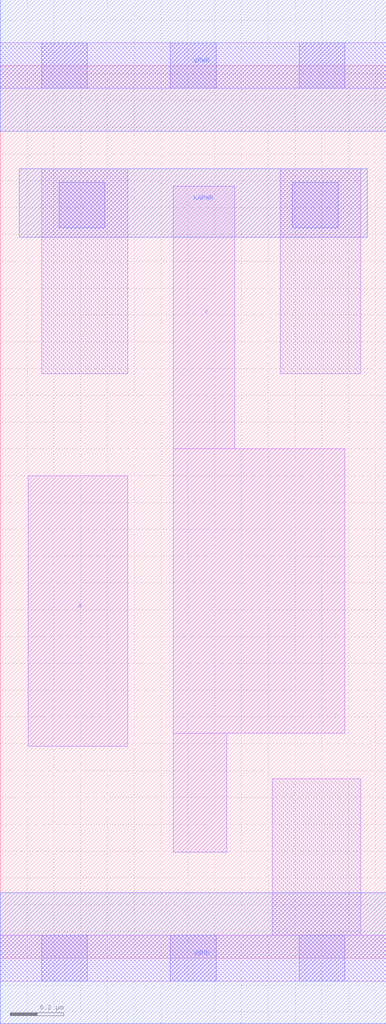
<source format=lef>
# Copyright 2020 The SkyWater PDK Authors
#
# Licensed under the Apache License, Version 2.0 (the "License");
# you may not use this file except in compliance with the License.
# You may obtain a copy of the License at
#
#     https://www.apache.org/licenses/LICENSE-2.0
#
# Unless required by applicable law or agreed to in writing, software
# distributed under the License is distributed on an "AS IS" BASIS,
# WITHOUT WARRANTIES OR CONDITIONS OF ANY KIND, either express or implied.
# See the License for the specific language governing permissions and
# limitations under the License.
#
# SPDX-License-Identifier: Apache-2.0

VERSION 5.7 ;
  NOWIREEXTENSIONATPIN ON ;
  DIVIDERCHAR "/" ;
  BUSBITCHARS "[]" ;
UNITS
  DATABASE MICRONS 200 ;
END UNITS
MACRO sky130_fd_sc_lp__invkapwr_1
  CLASS CORE ;
  FOREIGN sky130_fd_sc_lp__invkapwr_1 ;
  ORIGIN  0.000000  0.000000 ;
  SIZE  1.440000 BY  3.330000 ;
  SYMMETRY X Y ;
  SITE unit ;
  PIN A
    ANTENNAGATEAREA  0.315000 ;
    DIRECTION INPUT ;
    USE SIGNAL ;
    PORT
      LAYER li1 ;
        RECT 0.105000 0.790000 0.475000 1.800000 ;
    END
  END A
  PIN Y
    ANTENNADIFFAREA  0.346500 ;
    DIRECTION OUTPUT ;
    USE SIGNAL ;
    PORT
      LAYER li1 ;
        RECT 0.645000 0.395000 0.845000 0.840000 ;
        RECT 0.645000 0.840000 1.285000 1.900000 ;
        RECT 0.645000 1.900000 0.875000 2.880000 ;
    END
  END Y
  PIN KAPWR
    DIRECTION INOUT ;
    USE POWER ;
    PORT
      LAYER met1 ;
        RECT 0.070000 2.690000 1.370000 2.945000 ;
    END
  END KAPWR
  PIN VGND
    DIRECTION INOUT ;
    USE GROUND ;
    PORT
      LAYER met1 ;
        RECT 0.000000 -0.245000 1.440000 0.245000 ;
    END
  END VGND
  PIN VPWR
    DIRECTION INOUT ;
    USE POWER ;
    PORT
      LAYER met1 ;
        RECT 0.000000 3.085000 1.440000 3.575000 ;
    END
  END VPWR
  OBS
    LAYER li1 ;
      RECT 0.000000 -0.085000 1.440000 0.085000 ;
      RECT 0.000000  3.245000 1.440000 3.415000 ;
      RECT 0.155000  2.180000 0.475000 2.945000 ;
      RECT 1.015000  0.085000 1.345000 0.670000 ;
      RECT 1.045000  2.180000 1.345000 2.945000 ;
    LAYER mcon ;
      RECT 0.155000 -0.085000 0.325000 0.085000 ;
      RECT 0.155000  3.245000 0.325000 3.415000 ;
      RECT 0.220000  2.725000 0.390000 2.895000 ;
      RECT 0.635000 -0.085000 0.805000 0.085000 ;
      RECT 0.635000  3.245000 0.805000 3.415000 ;
      RECT 1.090000  2.725000 1.260000 2.895000 ;
      RECT 1.115000 -0.085000 1.285000 0.085000 ;
      RECT 1.115000  3.245000 1.285000 3.415000 ;
  END
END sky130_fd_sc_lp__invkapwr_1
END LIBRARY

</source>
